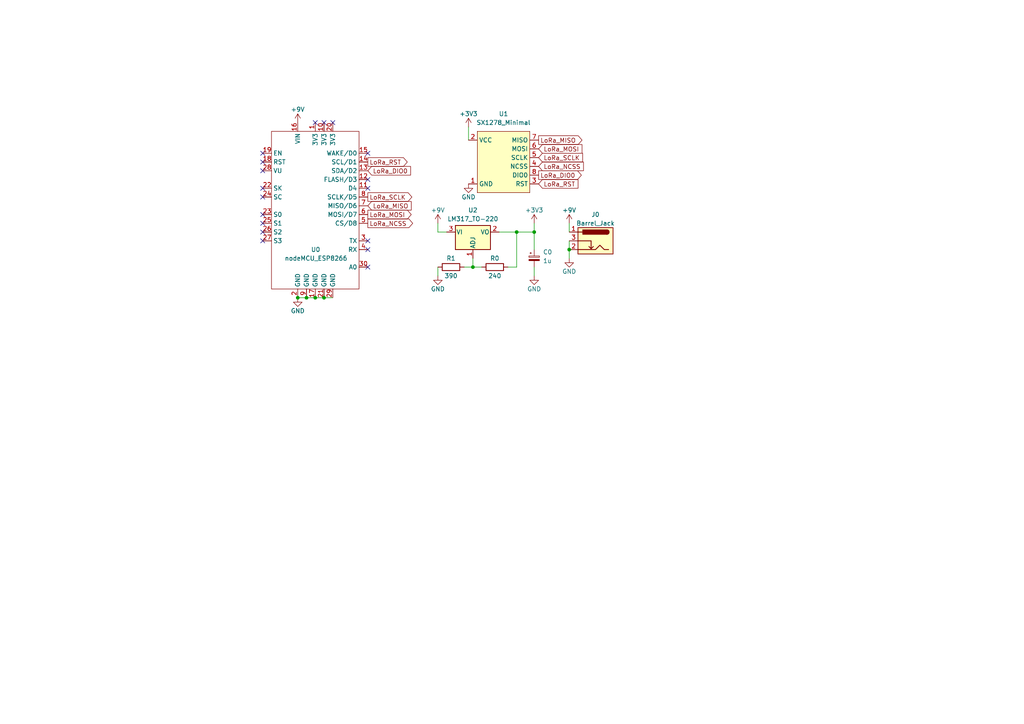
<source format=kicad_sch>
(kicad_sch (version 20211123) (generator eeschema)
  (paper "A4")
  (lib_symbols
    (symbol "Connector:Barrel_Jack_Switch" (pin_names hide)
      (property "Reference" "J" (at 0 5.334 0))
      (property "Value" "Barrel_Jack_Switch" (at 0 -5.08 0))
      (symbol "Barrel_Jack_Switch_0_1"
        (rectangle (start -5.08 3.81) (end 5.08 -3.81) (stroke (width 0.254)) (fill (type background)))
        (arc (start -3.302 3.175) (mid -3.937 2.54) (end -3.302 1.905) (stroke (width 0.254)))
        (arc (start -3.302 3.175) (mid -3.937 2.54) (end -3.302 1.905) (stroke (width 0.254)) (fill (type outline)))
        (polyline (pts (xy 1.27 -2.286) (xy 1.905 -1.651)) (stroke (width 0.254)))
        (polyline (pts (xy 5.08 2.54) (xy 3.81 2.54)) (stroke (width 0.254)))
        (polyline (pts (xy 5.08 0) (xy 1.27 0) (xy 1.27 -2.286) (xy 0.635 -1.651)) (stroke (width 0.254)))
        (polyline (pts (xy -3.81 -2.54) (xy -2.54 -2.54) (xy -1.27 -1.27) (xy 0 -2.54) (xy 2.54 -2.54) (xy 5.08 -2.54)) (stroke (width 0.254)))
        (rectangle (start 3.683 3.175) (end -3.302 1.905) (stroke (width 0.254)) (fill (type outline)))
      )
      (symbol "Barrel_Jack_Switch_1_1"
        (pin passive line (at 7.62 2.54 180) (length 2.54) (name "~") (number "1"))
        (pin passive line (at 7.62 -2.54 180) (length 2.54) (name "~") (number "2"))
        (pin passive line (at 7.62 0 180) (length 2.54) (name "~") (number "3"))
      )
    )
    (symbol "Device:C_Polarized_Small" (pin_numbers hide) (pin_names (offset 0.254) hide)
      (property "Reference" "C" (at 0.254 1.778 0))
      (property "Value" "C_Polarized_Small" (at 0.254 -2.032 0))
      (symbol "C_Polarized_Small_0_1"
        (rectangle (start -1.524 -0.3048) (end 1.524 -0.6858) (fill (type outline)))
        (rectangle (start -1.524 0.6858) (end 1.524 0.3048))
        (polyline (pts (xy -1.27 1.524) (xy -0.762 1.524)))
        (polyline (pts (xy -1.016 1.27) (xy -1.016 1.778)))
      )
      (symbol "C_Polarized_Small_1_1"
        (pin passive line (at 0 2.54 270) (length 1.8542) (name "~") (number "1"))
        (pin passive line (at 0 -2.54 90) (length 1.8542) (name "~") (number "2"))
      )
    )
    (symbol "Device:R" (pin_numbers hide) (pin_names (offset 0))
      (property "Reference" "R" (at 2.032 0 90))
      (property "Value" "R" (at 0 0 90))
      (symbol "R_0_1"
        (rectangle (start -1.016 -2.54) (end 1.016 2.54) (stroke (width 0.254)))
      )
      (symbol "R_1_1"
        (pin passive line (at 0 3.81 270) (length 1.27) (name "~") (number "1"))
        (pin passive line (at 0 -3.81 90) (length 1.27) (name "~") (number "2"))
      )
    )
    (symbol "Regulator_Linear:LM317_TO-220" (pin_names (offset 0.254))
      (property "Reference" "U" (at -3.81 3.175 0))
      (property "Value" "LM317_TO-220" (at 0 3.175 0))
      (symbol "LM317_TO-220_0_1"
        (rectangle (start -5.08 1.905) (end 5.08 -5.08) (stroke (width 0.254)) (fill (type background)))
      )
      (symbol "LM317_TO-220_1_1"
        (pin input line (at 0 -7.62 90) (length 2.54) (name "ADJ") (number "1"))
        (pin power_out line (at 7.62 0 180) (length 2.54) (name "VO") (number "2"))
        (pin power_in line (at -7.62 0 0) (length 2.54) (name "VI") (number "3"))
      )
    )
    (symbol "SX1278_Module:SX1278_Minimal"
      (property "Reference" "U" (at 0 11.43 0))
      (property "Value" "SX1278_Minimal" (at 0 -11.43 0))
      (symbol "SX1278_Minimal_0_1"
        (rectangle (start -7.62 8.89) (end 7.62 -8.89) (fill (type background)))
      )
      (symbol "SX1278_Minimal_1_1"
        (pin power_in line (at -10.16 -6.35 0) (length 2.54) (name "GND") (number "1"))
        (pin power_in line (at -10.16 6.35 0) (length 2.54) (name "VCC") (number "2"))
        (pin input line (at 10.16 -6.35 180) (length 2.54) (name "RST") (number "3"))
        (pin input line (at 10.16 -1.27 180) (length 2.54) (name "NCSS") (number "4"))
        (pin input line (at 10.16 1.27 180) (length 2.54) (name "SCLK") (number "5"))
        (pin input line (at 10.16 3.81 180) (length 2.54) (name "MOSI") (number "6"))
        (pin output line (at 10.16 6.35 180) (length 2.54) (name "MISO") (number "7"))
        (pin output line (at 10.16 -3.81 180) (length 2.54) (name "DIO0") (number "8"))
      )
    )
    (symbol "nodeMCU:nodeMCU_ESP8266"
      (property "Reference" "U" (at 0 -7.62 0))
      (property "Value" "nodeMCU_ESP8266" (at 0 -10.16 0))
      (symbol "nodeMCU_ESP8266_0_1"
        (rectangle (start -12.7 21.59) (end 12.7 -24.13))
      )
      (symbol "nodeMCU_ESP8266_1_1"
        (pin power_in line (at 0 24.13 270) (length 2.54) (name "3V3") (number "1"))
        (pin power_in line (at 2.54 24.13 270) (length 2.54) (name "3V3") (number "10"))
        (pin passive line (at 15.24 5.08 180) (length 2.54) (name "D4") (number "11"))
        (pin passive line (at 15.24 7.62 180) (length 2.54) (name "FLASH/D3") (number "12"))
        (pin passive line (at 15.24 10.16 180) (length 2.54) (name "SDA/D2") (number "13"))
        (pin passive line (at 15.24 12.7 180) (length 2.54) (name "SCL/D1") (number "14"))
        (pin passive line (at 15.24 15.24 180) (length 2.54) (name "WAKE/D0") (number "15"))
        (pin power_in line (at -5.08 24.13 270) (length 2.54) (name "VIN") (number "16"))
        (pin passive line (at 0 -26.67 90) (length 2.54) (name "GND") (number "17"))
        (pin input line (at -15.24 12.7 0) (length 2.54) (name "RST") (number "18"))
        (pin input line (at -15.24 15.24 0) (length 2.54) (name "EN") (number "19"))
        (pin passive line (at -5.08 -26.67 90) (length 2.54) (name "GND") (number "2"))
        (pin power_in line (at 5.08 24.13 270) (length 2.54) (name "3V3") (number "20"))
        (pin passive line (at 2.54 -26.67 90) (length 2.54) (name "GND") (number "21"))
        (pin passive line (at -15.24 5.08 0) (length 2.54) (name "SK") (number "22"))
        (pin passive line (at -15.24 -2.54 0) (length 2.54) (name "S0") (number "23"))
        (pin power_in line (at -15.24 2.54 0) (length 2.54) (name "SC") (number "24"))
        (pin passive line (at -15.24 -5.08 0) (length 2.54) (name "S1") (number "25"))
        (pin passive line (at -15.24 -7.62 0) (length 2.54) (name "S2") (number "26"))
        (pin passive line (at -15.24 -10.16 0) (length 2.54) (name "S3") (number "27"))
        (pin passive line (at -15.24 10.16 0) (length 2.54) (name "VU") (number "28"))
        (pin passive line (at 5.08 -26.67 90) (length 2.54) (name "GND") (number "29"))
        (pin output line (at 15.24 -10.16 180) (length 2.54) (name "TX") (number "3"))
        (pin input line (at 15.24 -17.78 180) (length 2.54) (name "A0") (number "30"))
        (pin input line (at 15.24 -12.7 180) (length 2.54) (name "RX") (number "4"))
        (pin passive line (at 15.24 -5.08 180) (length 2.54) (name "CS/D8") (number "5"))
        (pin passive line (at 15.24 -2.54 180) (length 2.54) (name "MOSI/D7") (number "6"))
        (pin passive line (at 15.24 0 180) (length 2.54) (name "MISO/D6") (number "7"))
        (pin passive line (at 15.24 2.54 180) (length 2.54) (name "SCLK/D5") (number "8"))
        (pin passive line (at -2.54 -26.67 90) (length 2.54) (name "GND") (number "9"))
      )
    )
    (symbol "power:+3V3" (power) (pin_names (offset 0))
      (property "Value" "+3V3" (at 0 3.556 0))
      (symbol "+3V3_0_1"
        (polyline (pts (xy -0.762 1.27) (xy 0 2.54)))
        (polyline (pts (xy 0 0) (xy 0 2.54)))
        (polyline (pts (xy 0 2.54) (xy 0.762 1.27)))
      )
      (symbol "+3V3_1_1"
        (pin power_in line (at 0 0 90) (length 0) hide (name "+3V3") (number "1"))
      )
    )
    (symbol "power:+9V" (power) (pin_names (offset 0))
      (property "Value" "+9V" (at 0 3.556 0))
      (symbol "+9V_0_1"
        (polyline (pts (xy -0.762 1.27) (xy 0 2.54)))
        (polyline (pts (xy 0 0) (xy 0 2.54)))
        (polyline (pts (xy 0 2.54) (xy 0.762 1.27)))
      )
      (symbol "+9V_1_1"
        (pin power_in line (at 0 0 90) (length 0) hide (name "+9V") (number "1"))
      )
    )
    (symbol "power:GND" (power) (pin_names (offset 0))
      (property "Value" "GND" (at 0 -3.81 0))
      (symbol "GND_0_1"
        (polyline (pts (xy 0 0) (xy 0 -1.27) (xy 1.27 -1.27) (xy 0 -2.54) (xy -1.27 -1.27) (xy 0 -1.27)))
      )
      (symbol "GND_1_1"
        (pin power_in line (at 0 0 270) (length 0) hide (name "GND") (number "1"))
      )
    )
  )
  (junction (at 137.16 77.47))
  (junction (at 154.94 67.31))
  (junction (at 88.9 86.36))
  (junction (at 86.36 86.36))
  (junction (at 91.44 86.36))
  (junction (at 93.98 86.36))
  (junction (at 149.86 67.31))
  (junction (at 165.1 72.39))
  (no_connect (at 91.44 35.56))
  (no_connect (at 93.98 35.56))
  (no_connect (at 96.52 35.56))
  (no_connect (at 76.2 49.53))
  (no_connect (at 76.2 54.61))
  (no_connect (at 76.2 57.15))
  (no_connect (at 76.2 44.45))
  (no_connect (at 76.2 46.99))
  (no_connect (at 76.2 62.23))
  (no_connect (at 76.2 64.77))
  (no_connect (at 76.2 67.31))
  (no_connect (at 106.68 69.85))
  (no_connect (at 106.68 44.45))
  (no_connect (at 106.68 52.07))
  (no_connect (at 106.68 54.61))
  (no_connect (at 76.2 69.85))
  (no_connect (at 106.68 77.47))
  (no_connect (at 106.68 72.39))
  (wire (pts (xy 154.94 77.47) (xy 154.94 80.01)))
  (wire (pts (xy 137.16 74.93) (xy 137.16 77.47)))
  (wire (pts (xy 127 77.47) (xy 127 80.01)))
  (wire (pts (xy 93.98 86.36) (xy 96.52 86.36)))
  (wire (pts (xy 147.32 77.47) (xy 149.86 77.47)))
  (wire (pts (xy 135.89 36.83) (xy 135.89 40.64)))
  (wire (pts (xy 127 64.77) (xy 127 67.31)))
  (wire (pts (xy 154.94 72.39) (xy 154.94 67.31)))
  (wire (pts (xy 154.94 67.31) (xy 149.86 67.31)))
  (wire (pts (xy 144.78 67.31) (xy 149.86 67.31)))
  (wire (pts (xy 154.94 64.77) (xy 154.94 67.31)))
  (wire (pts (xy 149.86 77.47) (xy 149.86 67.31)))
  (wire (pts (xy 137.16 77.47) (xy 139.7 77.47)))
  (wire (pts (xy 91.44 86.36) (xy 93.98 86.36)))
  (wire (pts (xy 127 67.31) (xy 129.54 67.31)))
  (wire (pts (xy 86.36 86.36) (xy 88.9 86.36)))
  (wire (pts (xy 88.9 86.36) (xy 91.44 86.36)))
  (wire (pts (xy 137.16 77.47) (xy 134.62 77.47)))
  (wire (pts (xy 165.1 69.85) (xy 165.1 72.39)))
  (wire (pts (xy 165.1 72.39) (xy 165.1 74.93)))
  (wire (pts (xy 165.1 64.77) (xy 165.1 67.31)))
  (global_label "LoRa_RST" (shape input) (at 156.21 53.34 0) (property "Intersheet References" "${INTERSHEET_REFS}" (effects hide)))
  (global_label "LoRa_MOSI" (shape output) (at 106.68 62.23 0) (property "Intersheet References" "${INTERSHEET_REFS}" (effects hide)))
  (global_label "LoRa_NCSS" (shape output) (at 106.68 64.77 0) (property "Intersheet References" "${INTERSHEET_REFS}" (effects hide)))
  (global_label "LoRa_MISO" (shape input) (at 106.68 59.69 0) (property "Intersheet References" "${INTERSHEET_REFS}" (effects hide)))
  (global_label "LoRa_MOSI" (shape input) (at 156.21 43.18 0) (property "Intersheet References" "${INTERSHEET_REFS}" (effects hide)))
  (global_label "LoRa_SCLK" (shape output) (at 106.68 57.15 0) (property "Intersheet References" "${INTERSHEET_REFS}" (effects hide)))
  (global_label "LoRa_SCLK" (shape input) (at 156.21 45.72 0) (property "Intersheet References" "${INTERSHEET_REFS}" (effects hide)))
  (global_label "LoRa_DIO0" (shape output) (at 156.21 50.8 0) (property "Intersheet References" "${INTERSHEET_REFS}" (effects hide)))
  (global_label "LoRa_NCSS" (shape input) (at 156.21 48.26 0) (property "Intersheet References" "${INTERSHEET_REFS}" (effects hide)))
  (global_label "LoRa_DIO0" (shape input) (at 106.68 49.53 0) (property "Intersheet References" "${INTERSHEET_REFS}" (effects hide)))
  (global_label "LoRa_MISO" (shape output) (at 156.21 40.64 0) (property "Intersheet References" "${INTERSHEET_REFS}" (effects hide)))
  (global_label "LoRa_RST" (shape output) (at 106.68 46.99 0) (property "Intersheet References" "${INTERSHEET_REFS}" (effects hide)))
  (symbol (lib_id "power:GND") (at 154.94 80.01 0) (unit 1)
    (property "Reference" "#PWR?" (effects hide))
    (property "Value" "GND" (at 154.94 83.82 0))
  )
  (symbol (lib_id "nodeMCU:nodeMCU_ESP8266") (at 91.44 59.69 0) (unit 1)
    (property "Reference" "U0" (at 90.17 72.39 0) (effects (justify left)))
    (property "Value" "nodeMCU_ESP8266" (at 82.55 74.93 0) (effects (justify left)))
  )
  (symbol (lib_id "power:GND") (at 86.36 86.36 0) (unit 1)
    (property "Reference" "#PWR?" (effects hide))
    (property "Value" "GND" (at 86.36 90.17 0))
  )
  (symbol (lib_id "Device:R") (at 130.81 77.47 270) (unit 1)
    (property "Reference" "R1" (at 130.81 74.93 90))
    (property "Value" "390" (at 130.81 80.01 90))
    (property "Footprint" "Resistor_THT:R_Axial_DIN0204_L3.6mm_D1.6mm_P5.08mm_Horizontal" (effects hide))
  )
  (symbol (lib_id "power:+9V") (at 86.36 35.56 0) (unit 1)
    (property "Reference" "#PWR?" (effects hide))
    (property "Value" "+9V" (at 86.36 31.75 0))
  )
  (symbol (lib_id "power:+3V3") (at 135.89 36.83 0) (unit 1)
    (property "Reference" "#PWR?" (effects hide))
    (property "Value" "+3V3" (at 135.89 33.02 0))
  )
  (symbol (lib_id "power:+9V") (at 127 64.77 0) (unit 1)
    (property "Reference" "#PWR?" (effects hide))
    (property "Value" "+9V" (at 127 60.96 0))
  )
  (symbol (lib_id "Device:C_Polarized_Small") (at 154.94 74.93 0) (unit 1)
    (property "Reference" "C0" (at 157.48 73.1138 0) (effects (justify left)))
    (property "Value" "1u" (at 157.48 75.6538 0) (effects (justify left)))
    (property "Footprint" "Capacitor_THT:CP_Radial_D5.0mm_P2.00mm" (effects hide))
  )
  (symbol (lib_id "power:+3V3") (at 154.94 64.77 0) (unit 1)
    (property "Reference" "#PWR?" (effects hide))
    (property "Value" "+3V3" (at 154.94 60.96 0))
  )
  (symbol (lib_id "power:GND") (at 135.89 53.34 0) (unit 1)
    (property "Reference" "#PWR?" (effects hide))
    (property "Value" "GND" (at 135.89 57.15 0))
  )
  (symbol (lib_id "Connector:Barrel_Jack_Switch") (at 172.72 69.85 0) (mirror y) (unit 1)
    (property "Reference" "J0" (at 172.72 62.23 0))
    (property "Value" "Barrel_Jack" (at 172.72 64.77 0))
    (property "Footprint" "Connector_BarrelJack:BarrelJack_Horizontal" (effects hide))
  )
  (symbol (lib_id "power:GND") (at 165.1 74.93 0) (mirror y) (unit 1)
    (property "Reference" "#PWR?" (effects hide))
    (property "Value" "GND" (at 165.1 78.74 0))
  )
  (symbol (lib_id "SX1278_Module:SX1278_Minimal") (at 146.05 46.99 0) (unit 1)
    (property "Reference" "U1" (at 146.05 33.02 0))
    (property "Value" "SX1278_Minimal" (at 146.05 35.56 0))
    (property "Footprint" "SX1278_Module:SX1278_Minimal" (effects hide))
  )
  (symbol (lib_id "Device:R") (at 143.51 77.47 90) (unit 1)
    (property "Reference" "R0" (at 143.51 74.93 90))
    (property "Value" "240" (at 143.51 80.01 90))
    (property "Footprint" "Resistor_THT:R_Axial_DIN0204_L3.6mm_D1.6mm_P5.08mm_Horizontal" (effects hide))
  )
  (symbol (lib_id "power:GND") (at 127 80.01 0) (unit 1)
    (property "Reference" "#PWR?" (effects hide))
    (property "Value" "GND" (at 127 83.82 0))
  )
  (symbol (lib_id "power:+9V") (at 165.1 64.77 0) (mirror y) (unit 1)
    (property "Reference" "#PWR?" (effects hide))
    (property "Value" "+9V" (at 165.1 60.96 0))
  )
  (symbol (lib_id "Regulator_Linear:LM317_TO-220") (at 137.16 67.31 0) (unit 1)
    (property "Reference" "U2" (at 137.16 60.96 0))
    (property "Value" "LM317_TO-220" (at 137.16 63.5 0))
    (property "Footprint" "Package_TO_SOT_THT:TO-220-3_Vertical" (effects hide))
    (property "Datasheet" "http://www.ti.com/lit/ds/symlink/lm317.pdf" (effects hide))
  )
)
</source>
